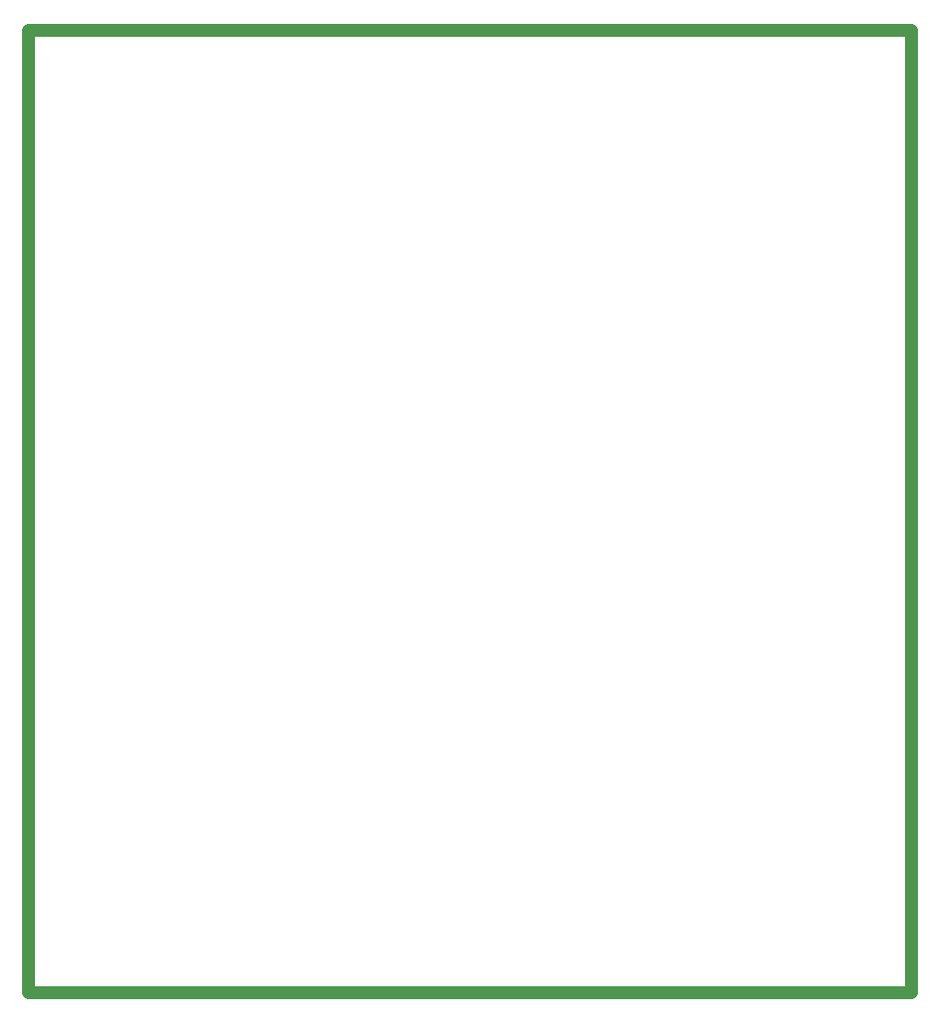
<source format=gm1>
G04*
G04 #@! TF.GenerationSoftware,Altium Limited,Altium Designer,21.5.1 (32)*
G04*
G04 Layer_Color=16711935*
%FSLAX25Y25*%
%MOIN*%
G70*
G04*
G04 #@! TF.SameCoordinates,B2D6323A-8D7E-4EAA-9919-96392ECDF185*
G04*
G04*
G04 #@! TF.FilePolarity,Positive*
G04*
G01*
G75*
%ADD40C,0.04724*%
D40*
X-38Y-21D02*
Y348706D01*
X319779D01*
Y-21D02*
Y348706D01*
X-38Y-21D02*
X319779D01*
M02*

</source>
